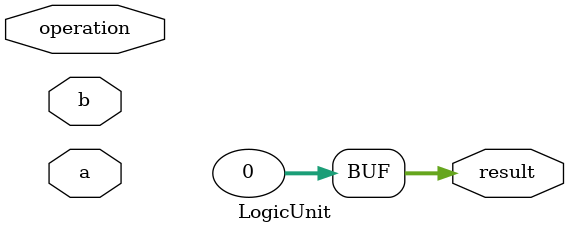
<source format=sv>
`timescale 1ns/1ps

module LogicUnit #(
    parameter DATA_WIDTH = 32
)(
    input  logic [DATA_WIDTH-1:0] a,          // Changed from in_a
    input  logic [DATA_WIDTH-1:0] b,          // Changed from in_b
    input  logic [2:0]            operation,  // Changed from op_code
    output logic [DATA_WIDTH-1:0] result     // Changed from out
);
    assign result = 32'b0;  // Placeholder implementation
endmodule
</source>
